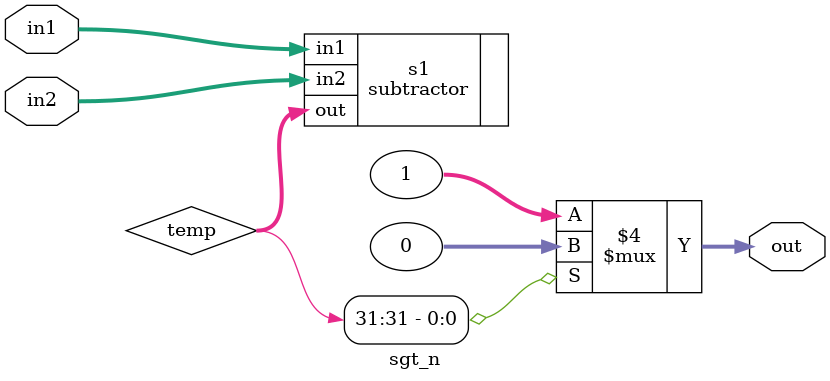
<source format=v>
`timescale 1ns / 1ps


module sgt_n#(parameter N =32)(in1, in2, out);
    input [N-1:0] in1, in2;
    output reg [N-1:0] out;
    
    wire [N-1:0] temp;
    subtractor s1(.in1(in1), .in2(in2), .out(temp));
    always @(*) begin
        if(temp[N-1] == 1'b1) out <= 32'b0; // if neg then 0
        else out <= 32'b1;
    end
endmodule

</source>
